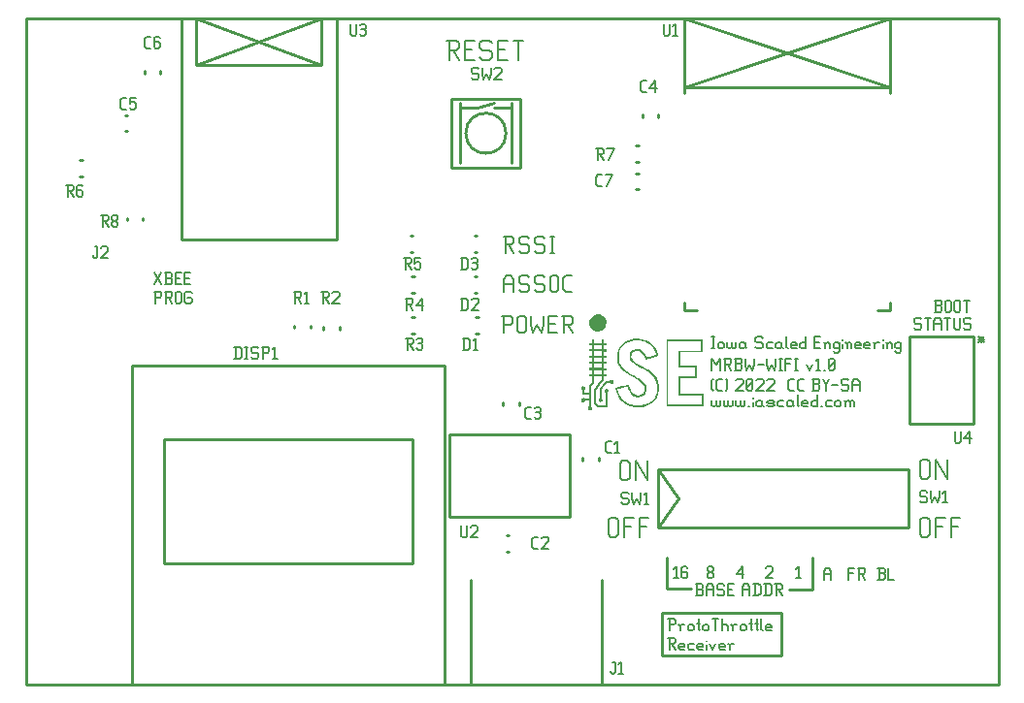
<source format=gbr>
G04 start of page 9 for group -4079 idx -4079 *
G04 Title: (unknown), topsilk *
G04 Creator: pcb 4.0.2 *
G04 CreationDate: Sat May 14 18:06:43 2022 UTC *
G04 For: railfan *
G04 Format: Gerber/RS-274X *
G04 PCB-Dimensions (mil): 3350.00 2300.00 *
G04 PCB-Coordinate-Origin: lower left *
%MOIN*%
%FSLAX25Y25*%
%LNTOPSILK*%
%ADD72C,0.0080*%
%ADD71C,0.0100*%
%ADD70C,0.0001*%
G54D70*G36*
X194043Y94709D02*X193647Y94980D01*
X193511Y95425D01*
X193565Y95740D01*
X193761Y95990D01*
X193891Y96104D01*
Y97986D01*
X193218D01*
X192741Y97981D01*
X192545Y97964D01*
X192453Y97840D01*
X192100Y97617D01*
X191672D01*
X191373Y97807D01*
X191189Y98100D01*
X191162Y98431D01*
X191270Y98724D01*
X191487Y98946D01*
X191802Y99066D01*
X192182Y99012D01*
X192491Y98773D01*
X192556Y98675D01*
X193224D01*
X193891Y98670D01*
Y100167D01*
X191558D01*
Y100900D01*
X191553Y101627D01*
X191455Y101697D01*
X191287Y101876D01*
X191178Y102093D01*
X191189Y102527D01*
X191373Y102815D01*
X191661Y102994D01*
X191997Y103026D01*
X192290Y102923D01*
X192513Y102701D01*
X192632Y102381D01*
X192578Y102006D01*
X192339Y101697D01*
X192242Y101627D01*
Y100851D01*
X193891D01*
Y103156D01*
X194357Y103748D01*
X194829Y104339D01*
Y106406D01*
X193918D01*
Y107193D01*
X198302D01*
Y108566D01*
X195486D01*
Y107193D01*
X194829D01*
Y108566D01*
X193918D01*
Y109325D01*
X194819D01*
Y110692D01*
X195502Y110719D01*
X195497Y110057D01*
X195491Y109586D01*
X195502Y109368D01*
X195567Y109358D01*
X195790Y109347D01*
X196224Y109341D01*
X196907Y109336D01*
X198302D01*
Y110719D01*
X195502D01*
X194819Y110692D01*
X193918D01*
Y111452D01*
X194829D01*
X195486Y111479D01*
X198302D01*
Y112852D01*
X195486D01*
Y111479D01*
X194829Y111452D01*
Y112824D01*
X193918D01*
Y113584D01*
X194819D01*
X194829Y114962D01*
X195486Y115005D01*
Y114327D01*
X195491Y113844D01*
X195508Y113627D01*
X195920Y113617D01*
X196907Y113611D01*
X198291D01*
X198296Y114300D01*
Y114316D01*
X198307Y115005D01*
X195486D01*
X194829Y114962D01*
X193918D01*
Y115722D01*
X194819D01*
Y117094D01*
X195502Y117148D01*
X195497Y116492D01*
X195491Y116015D01*
X195502Y115797D01*
X195567Y115787D01*
X195790Y115776D01*
X196224Y115770D01*
X196907Y115765D01*
X198307D01*
X198296Y116459D01*
X198291Y117148D01*
X195502D01*
X194819Y117094D01*
X193918D01*
Y117854D01*
X194829D01*
Y119096D01*
X195486D01*
Y117854D01*
X198302D01*
Y119096D01*
X198991D01*
Y117854D01*
X199902D01*
Y117094D01*
X198991D01*
Y115694D01*
X199902D01*
Y114935D01*
X198991D01*
Y113541D01*
X199902D01*
Y112781D01*
X198991D01*
Y111408D01*
X199902D01*
Y110649D01*
X198991D01*
Y109255D01*
X199902D01*
Y108495D01*
X198991D01*
Y107122D01*
X199902D01*
Y106336D01*
X198991D01*
X198985Y105750D01*
Y105158D01*
X197569Y103368D01*
X196148Y101583D01*
Y97574D01*
X197124Y96597D01*
X199544D01*
Y98719D01*
X199539Y99543D01*
Y100216D01*
X199533Y100672D01*
X199528Y100834D01*
X199403Y100927D01*
X199159Y101393D01*
X199294Y101909D01*
X199870Y102218D01*
X200472Y101947D01*
X200629Y101382D01*
X200331Y100872D01*
X200233Y100802D01*
Y95914D01*
X196842D01*
X195486Y97270D01*
Y101844D01*
X196896Y103623D01*
X198302Y105403D01*
Y106341D01*
X195486D01*
Y104003D01*
X194574Y102853D01*
Y96022D01*
X194640Y95990D01*
X194819Y95821D01*
X194949Y95588D01*
X194916Y95073D01*
X194569Y94693D01*
X194303Y94633D01*
X194043Y94644D01*
Y94709D01*
G37*
G36*
X209885Y95729D02*X208067Y96071D01*
X206483Y96793D01*
X205376Y97671D01*
X204432Y98778D01*
X203570Y100341D01*
X202924Y102196D01*
X202826Y102565D01*
X205246Y103081D01*
X206179Y103281D01*
X206955Y103444D01*
X207481Y103547D01*
X207682Y103580D01*
X207736Y103368D01*
X207785Y103118D01*
X207867Y102782D01*
X208230Y101757D01*
X208745Y100932D01*
X209391Y100324D01*
X210162Y99961D01*
X210400Y99918D01*
X210796Y99901D01*
X211187Y99918D01*
X211442Y99961D01*
X212462Y100547D01*
X213021Y101583D01*
X213075Y102212D01*
X213021Y102809D01*
X213623Y102983D01*
X213661Y101567D01*
X213303Y100617D01*
X212673Y99885D01*
X211816Y99424D01*
X210780Y99256D01*
X209451Y99559D01*
X208382Y100384D01*
X207590Y101627D01*
X207389Y102153D01*
X207243Y102657D01*
X207194Y102826D01*
X207145Y102842D01*
X206993Y102815D01*
X206635Y102739D01*
X206109Y102625D01*
X205479Y102489D01*
X204329Y102245D01*
X203792Y102126D01*
X203629Y102077D01*
Y102044D01*
X203678Y101860D01*
X203803Y101491D01*
X203949Y101084D01*
X204074Y100758D01*
X205072Y98979D01*
X206358Y97650D01*
X207932Y96782D01*
X209803Y96364D01*
X210199Y96353D01*
X210747D01*
X211295Y96369D01*
X211718Y96402D01*
X213048Y96657D01*
X214209Y97091D01*
X215109Y97623D01*
X215863Y98279D01*
X216466Y99060D01*
X216932Y99966D01*
X217160Y100661D01*
X217317Y101447D01*
X217366Y102402D01*
X217317Y103336D01*
X217090Y104323D01*
X216732Y105213D01*
X216211Y106032D01*
X215527Y106813D01*
X214827Y107459D01*
X214019Y108056D01*
X212945Y108717D01*
X211453Y109547D01*
X210308Y110182D01*
X209516Y110660D01*
X208963Y111061D01*
X208534Y111463D01*
X207986Y112249D01*
X207818Y113117D01*
X207964Y114159D01*
X208398Y114973D01*
X209103Y115537D01*
X210058Y115819D01*
X210639Y115836D01*
X211214Y115770D01*
X211984Y115477D01*
X212652Y114951D01*
X213227Y114186D01*
X213721Y113166D01*
X213807Y112966D01*
X213867Y112922D01*
X214030Y112971D01*
X214409Y113074D01*
X214919Y113226D01*
X215505Y113394D01*
X216081Y113562D01*
X216580Y113714D01*
X216938Y113817D01*
X217079Y113861D01*
X217052Y113985D01*
X216965Y114262D01*
X216840Y114604D01*
X216721Y114919D01*
X216043Y116134D01*
X215153Y117138D01*
X214079Y117913D01*
X212825Y118440D01*
X211068Y118743D01*
X209147Y118657D01*
X207400Y118196D01*
X206000Y117360D01*
X205300Y116633D01*
X204758Y115749D01*
X204389Y114723D01*
X204188Y113573D01*
X204161Y112797D01*
X204199Y112087D01*
X204438Y111105D01*
X204877Y110199D01*
X205517Y109358D01*
X206380Y108566D01*
X206922Y108159D01*
X207552Y107746D01*
X208355Y107269D01*
X209440Y106661D01*
X210167Y106260D01*
X210709Y105951D01*
X211133Y105696D01*
X211507Y105457D01*
X212939Y104247D01*
X213623Y102983D01*
X213021Y102809D01*
X212424Y103878D01*
X211165Y104925D01*
X210802Y105158D01*
X210395Y105403D01*
X209879Y105696D01*
X209185Y106075D01*
X207807Y106851D01*
X206792Y107480D01*
X206017Y108045D01*
X205360Y108625D01*
X204611Y109466D01*
X204074Y110350D01*
X203656Y111533D01*
X203526Y112846D01*
X203618Y114132D01*
X203911Y115331D01*
X204671Y116855D01*
X205832Y118038D01*
X207362Y118863D01*
X209234Y119302D01*
X210693Y119384D01*
X212077Y119259D01*
X213352Y118933D01*
X214491Y118407D01*
X215630Y117561D01*
X216569Y116476D01*
X217296Y115174D01*
X217789Y113671D01*
X217849Y113416D01*
X215647Y112776D01*
X214784Y112532D01*
X214079Y112331D01*
X213601Y112201D01*
X213422Y112157D01*
X213346Y112358D01*
X213118Y112960D01*
X212858Y113535D01*
X212098Y114604D01*
X211149Y115136D01*
X210514Y115201D01*
X209863Y115152D01*
X209006Y114680D01*
X208669Y114219D01*
X208485Y113622D01*
X208447Y113139D01*
X208485Y112727D01*
X208832Y112076D01*
X209559Y111408D01*
X209912Y111164D01*
X210351Y110888D01*
X210926Y110562D01*
X211697Y110139D01*
X212565Y109667D01*
X213248Y109282D01*
X213807Y108951D01*
X214285Y108642D01*
X215511Y107714D01*
X216477Y106726D01*
X217204Y105674D01*
X217692Y104534D01*
X217968Y103162D01*
X217974Y101730D01*
X217719Y100330D01*
X217209Y99066D01*
X216412Y97948D01*
X215370Y97037D01*
X214100Y96359D01*
X212635Y95914D01*
X211257Y95740D01*
X209885Y95735D01*
Y95729D01*
G37*
G36*
X220470Y107535D02*X221110Y107540D01*
X221104Y96641D01*
X232530D01*
Y99798D01*
X224756D01*
Y106319D01*
X230441D01*
Y109488D01*
X224756D01*
Y115271D01*
X232216D01*
Y118440D01*
X221121D01*
X221110Y107540D01*
X220470Y107535D01*
Y119064D01*
X232850D01*
Y114653D01*
X225390D01*
Y110133D01*
X231071D01*
Y105723D01*
X225407D01*
X225396Y103091D01*
X225390Y100460D01*
X233154D01*
Y96022D01*
X220470D01*
Y107535D01*
G37*
G36*
X197607Y97623D02*X197325Y97812D01*
X197146Y98100D01*
X197141Y98534D01*
X197368Y98887D01*
X197499Y98979D01*
X197510Y99440D01*
X197515Y100552D01*
Y102126D01*
X198611Y103504D01*
X199701Y104887D01*
X201031D01*
X201117Y105007D01*
X201345Y105202D01*
X201497Y105267D01*
X201703Y105278D01*
X201904Y105272D01*
X202056Y105202D01*
X202278Y105012D01*
X202414Y104768D01*
X202430Y104486D01*
X202365Y104214D01*
X202089Y103927D01*
X201703Y103813D01*
X201145Y104062D01*
X201020Y104198D01*
X200032D01*
X199115Y103043D01*
X198204Y101887D01*
Y98990D01*
X198307Y98919D01*
X198567Y98523D01*
X198535Y98024D01*
X198150Y97650D01*
X197607Y97617D01*
Y97623D01*
G37*
G36*
X196441Y121782D02*X195556Y122069D01*
X194791Y122628D01*
X194243Y123360D01*
X193956Y124223D01*
X193918Y124863D01*
X193999Y125482D01*
X194309Y126247D01*
X194829Y126898D01*
X195676Y127473D01*
X196647Y127716D01*
X197656Y127629D01*
X198600Y127202D01*
X199153Y126697D01*
X199577Y126079D01*
X199810Y125395D01*
X199880Y124668D01*
X199772Y123941D01*
X199506Y123268D01*
X199099Y122720D01*
X198584Y122275D01*
X197982Y121955D01*
X197331Y121782D01*
X196880Y121760D01*
X196441Y121782D01*
G37*
G54D71*X334500Y229500D02*Y500D01*
X500Y229500D02*X334500D01*
X500Y500D02*Y229500D01*
X219000Y25000D02*Y10500D01*
X260000D01*
Y25000D01*
X334500Y500D02*X500D01*
X270500Y44000D02*Y33000D01*
X262500D01*
X229000Y33500D02*X220500D01*
Y44000D01*
X219000Y25000D02*X260000D01*
G54D72*X44500Y138000D02*X47000Y142000D01*
X44500D02*X47000Y138000D01*
X48200D02*X50200D01*
X50700Y138500D01*
Y139700D02*Y138500D01*
X50200Y140200D02*X50700Y139700D01*
X48700Y140200D02*X50200D01*
X48700Y142000D02*Y138000D01*
X48200Y142000D02*X50200D01*
X50700Y141500D01*
Y140700D01*
X50200Y140200D02*X50700Y140700D01*
X51900Y140200D02*X53400D01*
X51900Y138000D02*X53900D01*
X51900Y142000D02*Y138000D01*
Y142000D02*X53900D01*
X55100Y140200D02*X56600D01*
X55100Y138000D02*X57100D01*
X55100Y142000D02*Y138000D01*
Y142000D02*X57100D01*
X45000Y135500D02*Y131500D01*
X44500Y135500D02*X46500D01*
X47000Y135000D01*
Y134000D01*
X46500Y133500D02*X47000Y134000D01*
X45000Y133500D02*X46500D01*
X48200Y135500D02*X50200D01*
X50700Y135000D01*
Y134000D01*
X50200Y133500D02*X50700Y134000D01*
X48700Y133500D02*X50200D01*
X48700Y135500D02*Y131500D01*
X49500Y133500D02*X50700Y131500D01*
X51900Y135000D02*Y132000D01*
Y135000D02*X52400Y135500D01*
X53400D01*
X53900Y135000D01*
Y132000D01*
X53400Y131500D02*X53900Y132000D01*
X52400Y131500D02*X53400D01*
X51900Y132000D02*X52400Y131500D01*
X57100Y135500D02*X57600Y135000D01*
X55600Y135500D02*X57100D01*
X55100Y135000D02*X55600Y135500D01*
X55100Y135000D02*Y132000D01*
X55600Y131500D01*
X57100D01*
X57600Y132000D01*
Y133000D02*Y132000D01*
X57100Y133500D02*X57600Y133000D01*
X56100Y133500D02*X57100D01*
X145000Y221840D02*X148320D01*
X149150Y221010D01*
Y219350D01*
X148320Y218520D02*X149150Y219350D01*
X145830Y218520D02*X148320D01*
X145830Y221840D02*Y215200D01*
X147158Y218520D02*X149150Y215200D01*
X151142Y218852D02*X153632D01*
X151142Y215200D02*X154462D01*
X151142Y221840D02*Y215200D01*
Y221840D02*X154462D01*
X159774D02*X160604Y221010D01*
X157284Y221840D02*X159774D01*
X156454Y221010D02*X157284Y221840D01*
X156454Y221010D02*Y219350D01*
X157284Y218520D01*
X159774D01*
X160604Y217690D01*
Y216030D01*
X159774Y215200D02*X160604Y216030D01*
X157284Y215200D02*X159774D01*
X156454Y216030D02*X157284Y215200D01*
X162596Y218852D02*X165086D01*
X162596Y215200D02*X165916D01*
X162596Y221840D02*Y215200D01*
Y221840D02*X165916D01*
X167908D02*X171228D01*
X169568D02*Y215200D01*
X164720Y127060D02*Y121300D01*
X164000Y127060D02*X166880D01*
X167600Y126340D01*
Y124900D01*
X166880Y124180D02*X167600Y124900D01*
X164720Y124180D02*X166880D01*
X169328Y126340D02*Y122020D01*
Y126340D02*X170048Y127060D01*
X171488D01*
X172208Y126340D01*
Y122020D01*
X171488Y121300D02*X172208Y122020D01*
X170048Y121300D02*X171488D01*
X169328Y122020D02*X170048Y121300D01*
X173936Y127060D02*Y124180D01*
X174656Y121300D01*
X176096Y124180D01*
X177536Y121300D01*
X178256Y124180D01*
Y127060D02*Y124180D01*
X179984Y124468D02*X182144D01*
X179984Y121300D02*X182864D01*
X179984Y127060D02*Y121300D01*
Y127060D02*X182864D01*
X184592D02*X187472D01*
X188192Y126340D01*
Y124900D01*
X187472Y124180D02*X188192Y124900D01*
X185312Y124180D02*X187472D01*
X185312Y127060D02*Y121300D01*
X186464Y124180D02*X188192Y121300D01*
X164500Y154560D02*X167380D01*
X168100Y153840D01*
Y152400D01*
X167380Y151680D02*X168100Y152400D01*
X165220Y151680D02*X167380D01*
X165220Y154560D02*Y148800D01*
X166372Y151680D02*X168100Y148800D01*
X172708Y154560D02*X173428Y153840D01*
X170548Y154560D02*X172708D01*
X169828Y153840D02*X170548Y154560D01*
X169828Y153840D02*Y152400D01*
X170548Y151680D01*
X172708D01*
X173428Y150960D01*
Y149520D01*
X172708Y148800D02*X173428Y149520D01*
X170548Y148800D02*X172708D01*
X169828Y149520D02*X170548Y148800D01*
X178036Y154560D02*X178756Y153840D01*
X175876Y154560D02*X178036D01*
X175156Y153840D02*X175876Y154560D01*
X175156Y153840D02*Y152400D01*
X175876Y151680D01*
X178036D01*
X178756Y150960D01*
Y149520D01*
X178036Y148800D02*X178756Y149520D01*
X175876Y148800D02*X178036D01*
X175156Y149520D02*X175876Y148800D01*
X180484Y154560D02*X181924D01*
X181204D02*Y148800D01*
X180484D02*X181924D01*
X164500Y139620D02*Y135300D01*
Y139620D02*X165508Y141060D01*
X167092D01*
X168100Y139620D01*
Y135300D01*
X164500Y138180D02*X168100D01*
X172708Y141060D02*X173428Y140340D01*
X170548Y141060D02*X172708D01*
X169828Y140340D02*X170548Y141060D01*
X169828Y140340D02*Y138900D01*
X170548Y138180D01*
X172708D01*
X173428Y137460D01*
Y136020D01*
X172708Y135300D02*X173428Y136020D01*
X170548Y135300D02*X172708D01*
X169828Y136020D02*X170548Y135300D01*
X178036Y141060D02*X178756Y140340D01*
X175876Y141060D02*X178036D01*
X175156Y140340D02*X175876Y141060D01*
X175156Y140340D02*Y138900D01*
X175876Y138180D01*
X178036D01*
X178756Y137460D01*
Y136020D01*
X178036Y135300D02*X178756Y136020D01*
X175876Y135300D02*X178036D01*
X175156Y136020D02*X175876Y135300D01*
X180484Y140340D02*Y136020D01*
Y140340D02*X181204Y141060D01*
X182644D01*
X183364Y140340D01*
Y136020D01*
X182644Y135300D02*X183364Y136020D01*
X181204Y135300D02*X182644D01*
X180484Y136020D02*X181204Y135300D01*
X186100D02*X187972D01*
X185092Y136308D02*X186100Y135300D01*
X185092Y140052D02*Y136308D01*
Y140052D02*X186100Y141060D01*
X187972D01*
X223000Y40200D02*X223800Y41000D01*
Y37000D01*
X223000D02*X224500D01*
X227200Y41000D02*X227700Y40500D01*
X226200Y41000D02*X227200D01*
X225700Y40500D02*X226200Y41000D01*
X225700Y40500D02*Y37500D01*
X226200Y37000D01*
X227200Y39200D02*X227700Y38700D01*
X225700Y39200D02*X227200D01*
X226200Y37000D02*X227200D01*
X227700Y37500D01*
Y38700D02*Y37500D01*
X234500D02*X235000Y37000D01*
X234500Y38300D02*Y37500D01*
Y38300D02*X235200Y39000D01*
X235800D01*
X236500Y38300D01*
Y37500D01*
X236000Y37000D02*X236500Y37500D01*
X235000Y37000D02*X236000D01*
X234500Y39700D02*X235200Y39000D01*
X234500Y40500D02*Y39700D01*
Y40500D02*X235000Y41000D01*
X236000D01*
X236500Y40500D01*
Y39700D01*
X235800Y39000D02*X236500Y39700D01*
X244500Y38500D02*X246500Y41000D01*
X244500Y38500D02*X247000D01*
X246500Y41000D02*Y37000D01*
X254500Y40500D02*X255000Y41000D01*
X256500D01*
X257000Y40500D01*
Y39500D01*
X254500Y37000D02*X257000Y39500D01*
X254500Y37000D02*X257000D01*
X265000Y40200D02*X265800Y41000D01*
Y37000D01*
X265000D02*X266500D01*
X236000Y98000D02*Y96500D01*
X236500Y96000D01*
X237000D01*
X237500Y96500D01*
Y98000D02*Y96500D01*
X238000Y96000D01*
X238500D01*
X239000Y96500D01*
Y98000D02*Y96500D01*
X240200Y98000D02*Y96500D01*
X240700Y96000D01*
X241200D01*
X241700Y96500D01*
Y98000D02*Y96500D01*
X242200Y96000D01*
X242700D01*
X243200Y96500D01*
Y98000D02*Y96500D01*
X244400Y98000D02*Y96500D01*
X244900Y96000D01*
X245400D01*
X245900Y96500D01*
Y98000D02*Y96500D01*
X246400Y96000D01*
X246900D01*
X247400Y96500D01*
Y98000D02*Y96500D01*
X248600Y96000D02*X249100D01*
X250300Y99000D02*Y98900D01*
Y97500D02*Y96000D01*
X252800Y98000D02*X253300Y97500D01*
X251800Y98000D02*X252800D01*
X251300Y97500D02*X251800Y98000D01*
X251300Y97500D02*Y96500D01*
X251800Y96000D01*
X253300Y98000D02*Y96500D01*
X253800Y96000D01*
X251800D02*X252800D01*
X253300Y96500D01*
X255500Y96000D02*X257000D01*
X257500Y96500D01*
X257000Y97000D02*X257500Y96500D01*
X255500Y97000D02*X257000D01*
X255000Y97500D02*X255500Y97000D01*
X255000Y97500D02*X255500Y98000D01*
X257000D01*
X257500Y97500D01*
X255000Y96500D02*X255500Y96000D01*
X259200Y98000D02*X260700D01*
X258700Y97500D02*X259200Y98000D01*
X258700Y97500D02*Y96500D01*
X259200Y96000D01*
X260700D01*
X263400Y98000D02*X263900Y97500D01*
X262400Y98000D02*X263400D01*
X261900Y97500D02*X262400Y98000D01*
X261900Y97500D02*Y96500D01*
X262400Y96000D01*
X263900Y98000D02*Y96500D01*
X264400Y96000D01*
X262400D02*X263400D01*
X263900Y96500D01*
X265600Y100000D02*Y96500D01*
X266100Y96000D01*
X267600D02*X269100D01*
X267100Y96500D02*X267600Y96000D01*
X267100Y97500D02*Y96500D01*
Y97500D02*X267600Y98000D01*
X268600D01*
X269100Y97500D01*
X267100Y97000D02*X269100D01*
Y97500D02*Y97000D01*
X272300Y100000D02*Y96000D01*
X271800D02*X272300Y96500D01*
X270800Y96000D02*X271800D01*
X270300Y96500D02*X270800Y96000D01*
X270300Y97500D02*Y96500D01*
Y97500D02*X270800Y98000D01*
X271800D01*
X272300Y97500D01*
X273500Y96000D02*X274000D01*
X275700Y98000D02*X277200D01*
X275200Y97500D02*X275700Y98000D01*
X275200Y97500D02*Y96500D01*
X275700Y96000D01*
X277200D01*
X278400Y97500D02*Y96500D01*
Y97500D02*X278900Y98000D01*
X279900D01*
X280400Y97500D01*
Y96500D01*
X279900Y96000D02*X280400Y96500D01*
X278900Y96000D02*X279900D01*
X278400Y96500D02*X278900Y96000D01*
X282100Y97500D02*Y96000D01*
Y97500D02*X282600Y98000D01*
X283100D01*
X283600Y97500D01*
Y96000D01*
Y97500D02*X284100Y98000D01*
X284600D01*
X285100Y97500D01*
Y96000D01*
X281600Y98000D02*X282100Y97500D01*
X236000Y120000D02*X237000D01*
X236500D02*Y116000D01*
X236000D02*X237000D01*
X238200Y117500D02*Y116500D01*
Y117500D02*X238700Y118000D01*
X239700D01*
X240200Y117500D01*
Y116500D01*
X239700Y116000D02*X240200Y116500D01*
X238700Y116000D02*X239700D01*
X238200Y116500D02*X238700Y116000D01*
X241400Y118000D02*Y116500D01*
X241900Y116000D01*
X242400D01*
X242900Y116500D01*
Y118000D02*Y116500D01*
X243400Y116000D01*
X243900D01*
X244400Y116500D01*
Y118000D02*Y116500D01*
X247100Y118000D02*X247600Y117500D01*
X246100Y118000D02*X247100D01*
X245600Y117500D02*X246100Y118000D01*
X245600Y117500D02*Y116500D01*
X246100Y116000D01*
X247600Y118000D02*Y116500D01*
X248100Y116000D01*
X246100D02*X247100D01*
X247600Y116500D01*
X253100Y120000D02*X253600Y119500D01*
X251600Y120000D02*X253100D01*
X251100Y119500D02*X251600Y120000D01*
X251100Y119500D02*Y118500D01*
X251600Y118000D01*
X253100D01*
X253600Y117500D01*
Y116500D01*
X253100Y116000D02*X253600Y116500D01*
X251600Y116000D02*X253100D01*
X251100Y116500D02*X251600Y116000D01*
X255300Y118000D02*X256800D01*
X254800Y117500D02*X255300Y118000D01*
X254800Y117500D02*Y116500D01*
X255300Y116000D01*
X256800D01*
X259500Y118000D02*X260000Y117500D01*
X258500Y118000D02*X259500D01*
X258000Y117500D02*X258500Y118000D01*
X258000Y117500D02*Y116500D01*
X258500Y116000D01*
X260000Y118000D02*Y116500D01*
X260500Y116000D01*
X258500D02*X259500D01*
X260000Y116500D01*
X261700Y120000D02*Y116500D01*
X262200Y116000D01*
X263700D02*X265200D01*
X263200Y116500D02*X263700Y116000D01*
X263200Y117500D02*Y116500D01*
Y117500D02*X263700Y118000D01*
X264700D01*
X265200Y117500D01*
X263200Y117000D02*X265200D01*
Y117500D02*Y117000D01*
X268400Y120000D02*Y116000D01*
X267900D02*X268400Y116500D01*
X266900Y116000D02*X267900D01*
X266400Y116500D02*X266900Y116000D01*
X266400Y117500D02*Y116500D01*
Y117500D02*X266900Y118000D01*
X267900D01*
X268400Y117500D01*
X271400Y118200D02*X272900D01*
X271400Y116000D02*X273400D01*
X271400Y120000D02*Y116000D01*
Y120000D02*X273400D01*
X275100Y117500D02*Y116000D01*
Y117500D02*X275600Y118000D01*
X276100D01*
X276600Y117500D01*
Y116000D01*
X274600Y118000D02*X275100Y117500D01*
X279300Y118000D02*X279800Y117500D01*
X278300Y118000D02*X279300D01*
X277800Y117500D02*X278300Y118000D01*
X277800Y117500D02*Y116500D01*
X278300Y116000D01*
X279300D01*
X279800Y116500D01*
X277800Y115000D02*X278300Y114500D01*
X279300D01*
X279800Y115000D01*
Y118000D02*Y115000D01*
X281000Y119000D02*Y118900D01*
Y117500D02*Y116000D01*
X282500Y117500D02*Y116000D01*
Y117500D02*X283000Y118000D01*
X283500D01*
X284000Y117500D01*
Y116000D01*
X282000Y118000D02*X282500Y117500D01*
X285700Y116000D02*X287200D01*
X285200Y116500D02*X285700Y116000D01*
X285200Y117500D02*Y116500D01*
Y117500D02*X285700Y118000D01*
X286700D01*
X287200Y117500D01*
X285200Y117000D02*X287200D01*
Y117500D02*Y117000D01*
X288900Y116000D02*X290400D01*
X288400Y116500D02*X288900Y116000D01*
X288400Y117500D02*Y116500D01*
Y117500D02*X288900Y118000D01*
X289900D01*
X290400Y117500D01*
X288400Y117000D02*X290400D01*
Y117500D02*Y117000D01*
X292100Y117500D02*Y116000D01*
Y117500D02*X292600Y118000D01*
X293600D01*
X291600D02*X292100Y117500D01*
X294800Y119000D02*Y118900D01*
Y117500D02*Y116000D01*
X296300Y117500D02*Y116000D01*
Y117500D02*X296800Y118000D01*
X297300D01*
X297800Y117500D01*
Y116000D01*
X295800Y118000D02*X296300Y117500D01*
X300500Y118000D02*X301000Y117500D01*
X299500Y118000D02*X300500D01*
X299000Y117500D02*X299500Y118000D01*
X299000Y117500D02*Y116500D01*
X299500Y116000D01*
X300500D01*
X301000Y116500D01*
X299000Y115000D02*X299500Y114500D01*
X300500D01*
X301000Y115000D01*
Y118000D02*Y115000D01*
X236000Y112500D02*Y108500D01*
Y112500D02*X237500Y110500D01*
X239000Y112500D01*
Y108500D01*
X240200Y112500D02*X242200D01*
X242700Y112000D01*
Y111000D01*
X242200Y110500D02*X242700Y111000D01*
X240700Y110500D02*X242200D01*
X240700Y112500D02*Y108500D01*
X241500Y110500D02*X242700Y108500D01*
X243900D02*X245900D01*
X246400Y109000D01*
Y110200D02*Y109000D01*
X245900Y110700D02*X246400Y110200D01*
X244400Y110700D02*X245900D01*
X244400Y112500D02*Y108500D01*
X243900Y112500D02*X245900D01*
X246400Y112000D01*
Y111200D01*
X245900Y110700D02*X246400Y111200D01*
X247600Y112500D02*Y110500D01*
X248100Y108500D01*
X249100Y110500D01*
X250100Y108500D01*
X250600Y110500D01*
Y112500D02*Y110500D01*
X251800D02*X253800D01*
X255000Y112500D02*Y110500D01*
X255500Y108500D01*
X256500Y110500D01*
X257500Y108500D01*
X258000Y110500D01*
Y112500D02*Y110500D01*
X259200Y112500D02*X260200D01*
X259700D02*Y108500D01*
X259200D02*X260200D01*
X261400Y112500D02*Y108500D01*
Y112500D02*X263400D01*
X261400Y110700D02*X262900D01*
X264600Y112500D02*X265600D01*
X265100D02*Y108500D01*
X264600D02*X265600D01*
X268600Y110500D02*X269600Y108500D01*
X270600Y110500D02*X269600Y108500D01*
X271800Y111700D02*X272600Y112500D01*
Y108500D01*
X271800D02*X273300D01*
X274500D02*X275000D01*
X276200Y109000D02*X276700Y108500D01*
X276200Y112000D02*Y109000D01*
Y112000D02*X276700Y112500D01*
X277700D01*
X278200Y112000D01*
Y109000D01*
X277700Y108500D02*X278200Y109000D01*
X276700Y108500D02*X277700D01*
X276200Y109500D02*X278200Y111500D01*
X236000Y102000D02*X236500Y101500D01*
X236000Y105000D02*X236500Y105500D01*
X236000Y105000D02*Y102000D01*
X238400Y101500D02*X239700D01*
X237700Y102200D02*X238400Y101500D01*
X237700Y104800D02*Y102200D01*
Y104800D02*X238400Y105500D01*
X239700D01*
X240900D02*X241400Y105000D01*
Y102000D01*
X240900Y101500D02*X241400Y102000D01*
X244400Y105000D02*X244900Y105500D01*
X246400D01*
X246900Y105000D01*
Y104000D01*
X244400Y101500D02*X246900Y104000D01*
X244400Y101500D02*X246900D01*
X248100Y102000D02*X248600Y101500D01*
X248100Y105000D02*Y102000D01*
Y105000D02*X248600Y105500D01*
X249600D01*
X250100Y105000D01*
Y102000D01*
X249600Y101500D02*X250100Y102000D01*
X248600Y101500D02*X249600D01*
X248100Y102500D02*X250100Y104500D01*
X251300Y105000D02*X251800Y105500D01*
X253300D01*
X253800Y105000D01*
Y104000D01*
X251300Y101500D02*X253800Y104000D01*
X251300Y101500D02*X253800D01*
X255000Y105000D02*X255500Y105500D01*
X257000D01*
X257500Y105000D01*
Y104000D01*
X255000Y101500D02*X257500Y104000D01*
X255000Y101500D02*X257500D01*
X263000D02*X264300D01*
X262300Y102200D02*X263000Y101500D01*
X262300Y104800D02*Y102200D01*
Y104800D02*X263000Y105500D01*
X264300D01*
X266200Y101500D02*X267500D01*
X265500Y102200D02*X266200Y101500D01*
X265500Y104800D02*Y102200D01*
Y104800D02*X266200Y105500D01*
X267500D01*
X270500Y101500D02*X272500D01*
X273000Y102000D01*
Y103200D02*Y102000D01*
X272500Y103700D02*X273000Y103200D01*
X271000Y103700D02*X272500D01*
X271000Y105500D02*Y101500D01*
X270500Y105500D02*X272500D01*
X273000Y105000D01*
Y104200D01*
X272500Y103700D02*X273000Y104200D01*
X274200Y105500D02*X275200Y103500D01*
X276200Y105500D01*
X275200Y103500D02*Y101500D01*
X277400Y103500D02*X279400D01*
X282600Y105500D02*X283100Y105000D01*
X281100Y105500D02*X282600D01*
X280600Y105000D02*X281100Y105500D01*
X280600Y105000D02*Y104000D01*
X281100Y103500D01*
X282600D01*
X283100Y103000D01*
Y102000D01*
X282600Y101500D02*X283100Y102000D01*
X281100Y101500D02*X282600D01*
X280600Y102000D02*X281100Y101500D01*
X284300Y104500D02*Y101500D01*
Y104500D02*X285000Y105500D01*
X286100D01*
X286800Y104500D01*
Y101500D01*
X284300Y103500D02*X286800D01*
X230500Y31000D02*X232500D01*
X233000Y31500D01*
Y32700D02*Y31500D01*
X232500Y33200D02*X233000Y32700D01*
X231000Y33200D02*X232500D01*
X231000Y35000D02*Y31000D01*
X230500Y35000D02*X232500D01*
X233000Y34500D01*
Y33700D01*
X232500Y33200D02*X233000Y33700D01*
X234200Y34000D02*Y31000D01*
Y34000D02*X234900Y35000D01*
X236000D01*
X236700Y34000D01*
Y31000D01*
X234200Y33000D02*X236700D01*
X239900Y35000D02*X240400Y34500D01*
X238400Y35000D02*X239900D01*
X237900Y34500D02*X238400Y35000D01*
X237900Y34500D02*Y33500D01*
X238400Y33000D01*
X239900D01*
X240400Y32500D01*
Y31500D01*
X239900Y31000D02*X240400Y31500D01*
X238400Y31000D02*X239900D01*
X237900Y31500D02*X238400Y31000D01*
X241600Y33200D02*X243100D01*
X241600Y31000D02*X243600D01*
X241600Y35000D02*Y31000D01*
Y35000D02*X243600D01*
X246600Y34000D02*Y31000D01*
Y34000D02*X247300Y35000D01*
X248400D01*
X249100Y34000D01*
Y31000D01*
X246600Y33000D02*X249100D01*
X250800Y35000D02*Y31000D01*
X252100Y35000D02*X252800Y34300D01*
Y31700D01*
X252100Y31000D02*X252800Y31700D01*
X250300Y31000D02*X252100D01*
X250300Y35000D02*X252100D01*
X254500D02*Y31000D01*
X255800Y35000D02*X256500Y34300D01*
Y31700D01*
X255800Y31000D02*X256500Y31700D01*
X254000Y31000D02*X255800D01*
X254000Y35000D02*X255800D01*
X257700D02*X259700D01*
X260200Y34500D01*
Y33500D01*
X259700Y33000D02*X260200Y33500D01*
X258200Y33000D02*X259700D01*
X258200Y35000D02*Y31000D01*
X259000Y33000D02*X260200Y31000D01*
X221500Y23000D02*Y19000D01*
X221000Y23000D02*X223000D01*
X223500Y22500D01*
Y21500D01*
X223000Y21000D02*X223500Y21500D01*
X221500Y21000D02*X223000D01*
X225200Y20500D02*Y19000D01*
Y20500D02*X225700Y21000D01*
X226700D01*
X224700D02*X225200Y20500D01*
X227900D02*Y19500D01*
Y20500D02*X228400Y21000D01*
X229400D01*
X229900Y20500D01*
Y19500D01*
X229400Y19000D02*X229900Y19500D01*
X228400Y19000D02*X229400D01*
X227900Y19500D02*X228400Y19000D01*
X231600Y23000D02*Y19500D01*
X232100Y19000D01*
X231100Y21500D02*X232100D01*
X233100Y20500D02*Y19500D01*
Y20500D02*X233600Y21000D01*
X234600D01*
X235100Y20500D01*
Y19500D01*
X234600Y19000D02*X235100Y19500D01*
X233600Y19000D02*X234600D01*
X233100Y19500D02*X233600Y19000D01*
X236300Y23000D02*X238300D01*
X237300D02*Y19000D01*
X239500Y23000D02*Y19000D01*
Y20500D02*X240000Y21000D01*
X241000D01*
X241500Y20500D01*
Y19000D01*
X243200Y20500D02*Y19000D01*
Y20500D02*X243700Y21000D01*
X244700D01*
X242700D02*X243200Y20500D01*
X245900D02*Y19500D01*
Y20500D02*X246400Y21000D01*
X247400D01*
X247900Y20500D01*
Y19500D01*
X247400Y19000D02*X247900Y19500D01*
X246400Y19000D02*X247400D01*
X245900Y19500D02*X246400Y19000D01*
X249600Y23000D02*Y19500D01*
X250100Y19000D01*
X249100Y21500D02*X250100D01*
X251600Y23000D02*Y19500D01*
X252100Y19000D01*
X251100Y21500D02*X252100D01*
X253100Y23000D02*Y19500D01*
X253600Y19000D01*
X255100D02*X256600D01*
X254600Y19500D02*X255100Y19000D01*
X254600Y20500D02*Y19500D01*
Y20500D02*X255100Y21000D01*
X256100D01*
X256600Y20500D01*
X254600Y20000D02*X256600D01*
Y20500D02*Y20000D01*
X221000Y16500D02*X223000D01*
X223500Y16000D01*
Y15000D01*
X223000Y14500D02*X223500Y15000D01*
X221500Y14500D02*X223000D01*
X221500Y16500D02*Y12500D01*
X222300Y14500D02*X223500Y12500D01*
X225200D02*X226700D01*
X224700Y13000D02*X225200Y12500D01*
X224700Y14000D02*Y13000D01*
Y14000D02*X225200Y14500D01*
X226200D01*
X226700Y14000D01*
X224700Y13500D02*X226700D01*
Y14000D02*Y13500D01*
X228400Y14500D02*X229900D01*
X227900Y14000D02*X228400Y14500D01*
X227900Y14000D02*Y13000D01*
X228400Y12500D01*
X229900D01*
X231600D02*X233100D01*
X231100Y13000D02*X231600Y12500D01*
X231100Y14000D02*Y13000D01*
Y14000D02*X231600Y14500D01*
X232600D01*
X233100Y14000D01*
X231100Y13500D02*X233100D01*
Y14000D02*Y13500D01*
X234300Y15500D02*Y15400D01*
Y14000D02*Y12500D01*
X235300Y14500D02*X236300Y12500D01*
X237300Y14500D02*X236300Y12500D01*
X239000D02*X240500D01*
X238500Y13000D02*X239000Y12500D01*
X238500Y14000D02*Y13000D01*
Y14000D02*X239000Y14500D01*
X240000D01*
X240500Y14000D01*
X238500Y13500D02*X240500D01*
Y14000D02*Y13500D01*
X242200Y14000D02*Y12500D01*
Y14000D02*X242700Y14500D01*
X243700D01*
X241700D02*X242200Y14000D01*
X293000Y36500D02*X295000D01*
X295500Y37000D01*
Y38200D02*Y37000D01*
X295000Y38700D02*X295500Y38200D01*
X293500Y38700D02*X295000D01*
X293500Y40500D02*Y36500D01*
X293000Y40500D02*X295000D01*
X295500Y40000D01*
Y39200D01*
X295000Y38700D02*X295500Y39200D01*
X296700Y40500D02*Y36500D01*
X298700D01*
X307500Y77010D02*Y72030D01*
Y77010D02*X308330Y77840D01*
X309990D01*
X310820Y77010D01*
Y72030D01*
X309990Y71200D02*X310820Y72030D01*
X308330Y71200D02*X309990D01*
X307500Y72030D02*X308330Y71200D01*
X312812Y77840D02*Y71200D01*
Y77840D02*X316962Y71200D01*
Y77840D02*Y71200D01*
X307500Y57010D02*Y52030D01*
Y57010D02*X308330Y57840D01*
X309990D01*
X310820Y57010D01*
Y52030D01*
X309990Y51200D02*X310820Y52030D01*
X308330Y51200D02*X309990D01*
X307500Y52030D02*X308330Y51200D01*
X312812Y57840D02*Y51200D01*
Y57840D02*X316132D01*
X312812Y54852D02*X315302D01*
X318124Y57840D02*Y51200D01*
Y57840D02*X321444D01*
X318124Y54852D02*X320614D01*
X327500Y120000D02*X329500Y118000D01*
X327500D02*X329500Y120000D01*
X327500Y119000D02*X329500D01*
X328500Y120000D02*Y118000D01*
X312500Y128500D02*X314500D01*
X315000Y129000D01*
Y130200D02*Y129000D01*
X314500Y130700D02*X315000Y130200D01*
X313000Y130700D02*X314500D01*
X313000Y132500D02*Y128500D01*
X312500Y132500D02*X314500D01*
X315000Y132000D01*
Y131200D01*
X314500Y130700D02*X315000Y131200D01*
X316200Y132000D02*Y129000D01*
Y132000D02*X316700Y132500D01*
X317700D01*
X318200Y132000D01*
Y129000D01*
X317700Y128500D02*X318200Y129000D01*
X316700Y128500D02*X317700D01*
X316200Y129000D02*X316700Y128500D01*
X319400Y132000D02*Y129000D01*
Y132000D02*X319900Y132500D01*
X320900D01*
X321400Y132000D01*
Y129000D01*
X320900Y128500D02*X321400Y129000D01*
X319900Y128500D02*X320900D01*
X319400Y129000D02*X319900Y128500D01*
X322600Y132500D02*X324600D01*
X323600D02*Y128500D01*
X307500Y126500D02*X308000Y126000D01*
X306000Y126500D02*X307500D01*
X305500Y126000D02*X306000Y126500D01*
X305500Y126000D02*Y125000D01*
X306000Y124500D01*
X307500D01*
X308000Y124000D01*
Y123000D01*
X307500Y122500D02*X308000Y123000D01*
X306000Y122500D02*X307500D01*
X305500Y123000D02*X306000Y122500D01*
X309200Y126500D02*X311200D01*
X310200D02*Y122500D01*
X312400Y125500D02*Y122500D01*
Y125500D02*X313100Y126500D01*
X314200D01*
X314900Y125500D01*
Y122500D01*
X312400Y124500D02*X314900D01*
X316100Y126500D02*X318100D01*
X317100D02*Y122500D01*
X319300Y126500D02*Y123000D01*
X319800Y122500D01*
X320800D01*
X321300Y123000D01*
Y126500D02*Y123000D01*
X324500Y126500D02*X325000Y126000D01*
X323000Y126500D02*X324500D01*
X322500Y126000D02*X323000Y126500D01*
X322500Y126000D02*Y125000D01*
X323000Y124500D01*
X324500D01*
X325000Y124000D01*
Y123000D01*
X324500Y122500D02*X325000Y123000D01*
X323000Y122500D02*X324500D01*
X322500Y123000D02*X323000Y122500D01*
X283000Y40500D02*Y36500D01*
Y40500D02*X285000D01*
X283000Y38700D02*X284500D01*
X286200Y40500D02*X288200D01*
X288700Y40000D01*
Y39000D01*
X288200Y38500D02*X288700Y39000D01*
X286700Y38500D02*X288200D01*
X286700Y40500D02*Y36500D01*
X287500Y38500D02*X288700Y36500D01*
X274500Y39500D02*Y36500D01*
Y39500D02*X275200Y40500D01*
X276300D01*
X277000Y39500D01*
Y36500D01*
X274500Y38500D02*X277000D01*
X204500Y76510D02*Y71530D01*
Y76510D02*X205330Y77340D01*
X206990D01*
X207820Y76510D01*
Y71530D01*
X206990Y70700D02*X207820Y71530D01*
X205330Y70700D02*X206990D01*
X204500Y71530D02*X205330Y70700D01*
X209812Y77340D02*Y70700D01*
Y77340D02*X213962Y70700D01*
Y77340D02*Y70700D01*
X200500Y57010D02*Y52030D01*
Y57010D02*X201330Y57840D01*
X202990D01*
X203820Y57010D01*
Y52030D01*
X202990Y51200D02*X203820Y52030D01*
X201330Y51200D02*X202990D01*
X200500Y52030D02*X201330Y51200D01*
X205812Y57840D02*Y51200D01*
Y57840D02*X209132D01*
X205812Y54852D02*X208302D01*
X211124Y57840D02*Y51200D01*
Y57840D02*X214444D01*
X211124Y54852D02*X213614D01*
X207000Y66500D02*X207500Y66000D01*
X205500Y66500D02*X207000D01*
X205000Y66000D02*X205500Y66500D01*
X205000Y66000D02*Y65000D01*
X205500Y64500D01*
X207000D01*
X207500Y64000D01*
Y63000D01*
X207000Y62500D02*X207500Y63000D01*
X205500Y62500D02*X207000D01*
X205000Y63000D02*X205500Y62500D01*
X208700Y66500D02*Y64500D01*
X209200Y62500D01*
X210200Y64500D01*
X211200Y62500D01*
X211700Y64500D01*
Y66500D02*Y64500D01*
X212900Y65700D02*X213700Y66500D01*
Y62500D01*
X212900D02*X214400D01*
G54D71*X226567Y229500D02*X297433D01*
Y203909D01*
Y131862D02*Y129106D01*
X226567Y229500D02*Y203909D01*
Y131862D02*Y129106D01*
X297433D02*X292906D01*
X231094D02*X226567D01*
Y229500D02*X297433Y205878D01*
Y229500D02*X226567Y205878D01*
X297433D01*
X303976Y119961D02*Y90039D01*
X326024Y119961D02*Y90039D01*
X303976D02*X326024D01*
X303976Y119961D02*X326024D01*
X210064Y170745D02*X210850D01*
X210064Y176255D02*X210850D01*
X210064Y180245D02*X210850D01*
X210064Y185755D02*X210850D01*
X212245Y196393D02*Y195607D01*
X217755Y196393D02*Y195607D01*
X155107Y121245D02*X155893D01*
X155107Y126755D02*X155893D01*
X164309Y97386D02*Y96600D01*
X169819Y97386D02*Y96600D01*
X41245Y211393D02*Y210607D01*
X46755Y211393D02*Y210607D01*
X34521Y190745D02*X35307D01*
X34521Y196255D02*X35307D01*
X53850Y229600D02*X107150D01*
Y153600D01*
X53850D01*
Y229600D01*
X59000Y213500D02*X102000D01*
X59000D02*Y229600D01*
X102000Y213500D02*Y229600D01*
X59000Y213500D02*X102000Y229600D01*
X59000D02*X102000Y213500D01*
X92745Y123893D02*Y123107D01*
X98255Y123893D02*Y123107D01*
X146700Y201800D02*Y178200D01*
X170300Y201800D02*Y178200D01*
X146700Y201800D02*X170300D01*
X146700Y178200D02*X170300D01*
X149650Y200325D02*Y179675D01*
X167350Y200325D02*Y179675D01*
X161450Y198850D02*X167350D01*
X149650D02*X155550D01*
X161450Y200325D02*X155550Y198850D01*
X151600Y190000D02*G75*G03X151600Y190000I6900J0D01*G01*
G75*G03X165400Y190000I6900J0D01*G01*
X133107Y135245D02*X133893D01*
X133107Y140755D02*X133893D01*
X154607Y135245D02*X155393D01*
X154607Y140755D02*X155393D01*
X132607Y149245D02*X133393D01*
X132607Y154755D02*X133393D01*
X154607Y149245D02*X155393D01*
X154607Y154755D02*X155393D01*
X36858Y110020D02*X144339D01*
X36858Y571D02*X144339D01*
Y110020D02*Y571D01*
X36858Y110020D02*Y571D01*
X47803Y84941D02*X133394D01*
X47803Y42185D02*X133394D01*
X47803Y84941D02*Y42185D01*
X133394Y84941D02*Y42185D01*
X133107Y121245D02*X133893D01*
X133107Y126755D02*X133893D01*
X102745Y123393D02*Y122607D01*
X108255Y123393D02*Y122607D01*
X197255Y78393D02*Y77607D01*
X191745Y78393D02*Y77607D01*
X146000Y58000D02*X187400D01*
Y86500D02*Y58000D01*
X146000Y86500D02*X187400D01*
X146000D02*Y58000D01*
X165607Y46245D02*X166393D01*
X165607Y51755D02*X166393D01*
X19107Y175245D02*X19893D01*
X19107Y180755D02*X19893D01*
X35245Y160893D02*Y160107D01*
X40755Y160893D02*Y160107D01*
X303500Y74500D02*Y54500D01*
X217500Y74500D02*X303500D01*
X217500Y54500D02*X303500D01*
X217500Y74500D02*Y54500D01*
Y74500D02*X224500Y64500D01*
X217500Y54500D02*X224500Y64500D01*
X153339Y378D02*X198339D01*
X153339Y36378D02*Y378D01*
X198339Y36378D02*Y378D01*
G54D72*X72500Y116500D02*Y112500D01*
X73800Y116500D02*X74500Y115800D01*
Y113200D01*
X73800Y112500D02*X74500Y113200D01*
X72000Y112500D02*X73800D01*
X72000Y116500D02*X73800D01*
X75700D02*X76700D01*
X76200D02*Y112500D01*
X75700D02*X76700D01*
X79900Y116500D02*X80400Y116000D01*
X78400Y116500D02*X79900D01*
X77900Y116000D02*X78400Y116500D01*
X77900Y116000D02*Y115000D01*
X78400Y114500D01*
X79900D01*
X80400Y114000D01*
Y113000D01*
X79900Y112500D02*X80400Y113000D01*
X78400Y112500D02*X79900D01*
X77900Y113000D02*X78400Y112500D01*
X82100Y116500D02*Y112500D01*
X81600Y116500D02*X83600D01*
X84100Y116000D01*
Y115000D01*
X83600Y114500D02*X84100Y115000D01*
X82100Y114500D02*X83600D01*
X85300Y115700D02*X86100Y116500D01*
Y112500D01*
X85300D02*X86800D01*
X131043Y119500D02*X133043D01*
X133543Y119000D01*
Y118000D01*
X133043Y117500D02*X133543Y118000D01*
X131543Y117500D02*X133043D01*
X131543Y119500D02*Y115500D01*
X132343Y117500D02*X133543Y115500D01*
X134743Y119000D02*X135243Y119500D01*
X136243D01*
X136743Y119000D01*
X136243Y115500D02*X136743Y116000D01*
X135243Y115500D02*X136243D01*
X134743Y116000D02*X135243Y115500D01*
Y117700D02*X136243D01*
X136743Y119000D02*Y118200D01*
Y117200D02*Y116000D01*
Y117200D02*X136243Y117700D01*
X136743Y118200D02*X136243Y117700D01*
X112000Y227500D02*Y224000D01*
X112500Y223500D01*
X113500D01*
X114000Y224000D01*
Y227500D02*Y224000D01*
X115200Y227000D02*X115700Y227500D01*
X116700D01*
X117200Y227000D01*
X116700Y223500D02*X117200Y224000D01*
X115700Y223500D02*X116700D01*
X115200Y224000D02*X115700Y223500D01*
Y225700D02*X116700D01*
X117200Y227000D02*Y226200D01*
Y225200D02*Y224000D01*
Y225200D02*X116700Y225700D01*
X117200Y226200D02*X116700Y225700D01*
X130393Y147150D02*X132393D01*
X132893Y146650D01*
Y145650D01*
X132393Y145150D02*X132893Y145650D01*
X130893Y145150D02*X132393D01*
X130893Y147150D02*Y143150D01*
X131693Y145150D02*X132893Y143150D01*
X134093Y147150D02*X136093D01*
X134093D02*Y145150D01*
X134593Y145650D01*
X135593D01*
X136093Y145150D01*
Y143650D01*
X135593Y143150D02*X136093Y143650D01*
X134593Y143150D02*X135593D01*
X134093Y143650D02*X134593Y143150D01*
X14350Y172150D02*X16350D01*
X16850Y171650D01*
Y170650D01*
X16350Y170150D02*X16850Y170650D01*
X14850Y170150D02*X16350D01*
X14850Y172150D02*Y168150D01*
X15650Y170150D02*X16850Y168150D01*
X19550Y172150D02*X20050Y171650D01*
X18550Y172150D02*X19550D01*
X18050Y171650D02*X18550Y172150D01*
X18050Y171650D02*Y168650D01*
X18550Y168150D01*
X19550Y170350D02*X20050Y169850D01*
X18050Y170350D02*X19550D01*
X18550Y168150D02*X19550D01*
X20050Y168650D01*
Y169850D02*Y168650D01*
X42050Y219150D02*X43350D01*
X41350Y219850D02*X42050Y219150D01*
X41350Y222450D02*Y219850D01*
Y222450D02*X42050Y223150D01*
X43350D01*
X46050D02*X46550Y222650D01*
X45050Y223150D02*X46050D01*
X44550Y222650D02*X45050Y223150D01*
X44550Y222650D02*Y219650D01*
X45050Y219150D01*
X46050Y221350D02*X46550Y220850D01*
X44550Y221350D02*X46050D01*
X45050Y219150D02*X46050D01*
X46550Y219650D01*
Y220850D02*Y219650D01*
X33679Y198150D02*X34979D01*
X32979Y198850D02*X33679Y198150D01*
X32979Y201450D02*Y198850D01*
Y201450D02*X33679Y202150D01*
X34979D01*
X36179D02*X38179D01*
X36179D02*Y200150D01*
X36679Y200650D01*
X37679D01*
X38179Y200150D01*
Y198650D01*
X37679Y198150D02*X38179Y198650D01*
X36679Y198150D02*X37679D01*
X36179Y198650D02*X36679Y198150D01*
X24200Y151000D02*X25000D01*
Y147500D01*
X24500Y147000D02*X25000Y147500D01*
X24000Y147000D02*X24500D01*
X23500Y147500D02*X24000Y147000D01*
X23500Y148000D02*Y147500D01*
X26200Y150500D02*X26700Y151000D01*
X28200D01*
X28700Y150500D01*
Y149500D01*
X26200Y147000D02*X28700Y149500D01*
X26200Y147000D02*X28700D01*
X26350Y161850D02*X28350D01*
X28850Y161350D01*
Y160350D01*
X28350Y159850D02*X28850Y160350D01*
X26850Y159850D02*X28350D01*
X26850Y161850D02*Y157850D01*
X27650Y159850D02*X28850Y157850D01*
X30050Y158350D02*X30550Y157850D01*
X30050Y159150D02*Y158350D01*
Y159150D02*X30750Y159850D01*
X31350D01*
X32050Y159150D01*
Y158350D01*
X31550Y157850D02*X32050Y158350D01*
X30550Y157850D02*X31550D01*
X30050Y160550D02*X30750Y159850D01*
X30050Y161350D02*Y160550D01*
Y161350D02*X30550Y161850D01*
X31550D01*
X32050Y161350D01*
Y160550D01*
X31350Y159850D02*X32050Y160550D01*
X102000Y135500D02*X104000D01*
X104500Y135000D01*
Y134000D01*
X104000Y133500D02*X104500Y134000D01*
X102500Y133500D02*X104000D01*
X102500Y135500D02*Y131500D01*
X103300Y133500D02*X104500Y131500D01*
X105700Y135000D02*X106200Y135500D01*
X107700D01*
X108200Y135000D01*
Y134000D01*
X105700Y131500D02*X108200Y134000D01*
X105700Y131500D02*X108200D01*
X92500Y135500D02*X94500D01*
X95000Y135000D01*
Y134000D01*
X94500Y133500D02*X95000Y134000D01*
X93000Y133500D02*X94500D01*
X93000Y135500D02*Y131500D01*
X93800Y133500D02*X95000Y131500D01*
X96200Y134700D02*X97000Y135500D01*
Y131500D01*
X96200D02*X97700D01*
X219500Y227500D02*Y224000D01*
X220000Y223500D01*
X221000D01*
X221500Y224000D01*
Y227500D02*Y224000D01*
X222700Y226700D02*X223500Y227500D01*
Y223500D01*
X222700D02*X224200D01*
X319500Y87500D02*Y84000D01*
X320000Y83500D01*
X321000D01*
X321500Y84000D01*
Y87500D02*Y84000D01*
X322700Y85000D02*X324700Y87500D01*
X322700Y85000D02*X325200D01*
X324700Y87500D02*Y83500D01*
X197093Y171650D02*X198393D01*
X196393Y172350D02*X197093Y171650D01*
X196393Y174950D02*Y172350D01*
Y174950D02*X197093Y175650D01*
X198393D01*
X200093Y171650D02*X202093Y175650D01*
X199593D02*X202093D01*
X196350Y184650D02*X198350D01*
X198850Y184150D01*
Y183150D01*
X198350Y182650D02*X198850Y183150D01*
X196850Y182650D02*X198350D01*
X196850Y184650D02*Y180650D01*
X197650Y182650D02*X198850Y180650D01*
X200550D02*X202550Y184650D01*
X200050D02*X202550D01*
X212200Y204000D02*X213500D01*
X211500Y204700D02*X212200Y204000D01*
X211500Y207300D02*Y204700D01*
Y207300D02*X212200Y208000D01*
X213500D01*
X214700Y205500D02*X216700Y208000D01*
X214700Y205500D02*X217200D01*
X216700Y208000D02*Y204000D01*
X151000Y119500D02*Y115500D01*
X152300Y119500D02*X153000Y118800D01*
Y116200D01*
X152300Y115500D02*X153000Y116200D01*
X150500Y115500D02*X152300D01*
X150500Y119500D02*X152300D01*
X154200Y118700D02*X155000Y119500D01*
Y115500D01*
X154200D02*X155700D01*
X130850Y133150D02*X132850D01*
X133350Y132650D01*
Y131650D01*
X132850Y131150D02*X133350Y131650D01*
X131350Y131150D02*X132850D01*
X131350Y133150D02*Y129150D01*
X132150Y131150D02*X133350Y129150D01*
X134550Y130650D02*X136550Y133150D01*
X134550Y130650D02*X137050D01*
X136550Y133150D02*Y129150D01*
X150350Y133150D02*Y129150D01*
X151650Y133150D02*X152350Y132450D01*
Y129850D01*
X151650Y129150D02*X152350Y129850D01*
X149850Y129150D02*X151650D01*
X149850Y133150D02*X151650D01*
X153550Y132650D02*X154050Y133150D01*
X155550D01*
X156050Y132650D01*
Y131650D01*
X153550Y129150D02*X156050Y131650D01*
X153550Y129150D02*X156050D01*
X150350Y147150D02*Y143150D01*
X151650Y147150D02*X152350Y146450D01*
Y143850D01*
X151650Y143150D02*X152350Y143850D01*
X149850Y143150D02*X151650D01*
X149850Y147150D02*X151650D01*
X153550Y146650D02*X154050Y147150D01*
X155050D01*
X155550Y146650D01*
X155050Y143150D02*X155550Y143650D01*
X154050Y143150D02*X155050D01*
X153550Y143650D02*X154050Y143150D01*
Y145350D02*X155050D01*
X155550Y146650D02*Y145850D01*
Y144850D02*Y143650D01*
Y144850D02*X155050Y145350D01*
X155550Y145850D02*X155050Y145350D01*
X200243Y80000D02*X201543D01*
X199543Y80700D02*X200243Y80000D01*
X199543Y83300D02*Y80700D01*
Y83300D02*X200243Y84000D01*
X201543D01*
X202743Y83200D02*X203543Y84000D01*
Y80000D01*
X202743D02*X204243D01*
X172764Y91821D02*X174064D01*
X172064Y92521D02*X172764Y91821D01*
X172064Y95121D02*Y92521D01*
Y95121D02*X172764Y95821D01*
X174064D01*
X175264Y95321D02*X175764Y95821D01*
X176764D01*
X177264Y95321D01*
X176764Y91821D02*X177264Y92321D01*
X175764Y91821D02*X176764D01*
X175264Y92321D02*X175764Y91821D01*
Y94021D02*X176764D01*
X177264Y95321D02*Y94521D01*
Y93521D02*Y92321D01*
Y93521D02*X176764Y94021D01*
X177264Y94521D02*X176764Y94021D01*
X175050Y47150D02*X176350D01*
X174350Y47850D02*X175050Y47150D01*
X174350Y50450D02*Y47850D01*
Y50450D02*X175050Y51150D01*
X176350D01*
X177550Y50650D02*X178050Y51150D01*
X179550D01*
X180050Y50650D01*
Y49650D01*
X177550Y47150D02*X180050Y49650D01*
X177550Y47150D02*X180050D01*
X202078Y8161D02*X202878D01*
Y4661D01*
X202378Y4161D02*X202878Y4661D01*
X201878Y4161D02*X202378D01*
X201378Y4661D02*X201878Y4161D01*
X201378Y5161D02*Y4661D01*
X204078Y7361D02*X204878Y8161D01*
Y4161D01*
X204078D02*X205578D01*
X150000Y55000D02*Y51500D01*
X150500Y51000D01*
X151500D01*
X152000Y51500D01*
Y55000D02*Y51500D01*
X153200Y54500D02*X153700Y55000D01*
X155200D01*
X155700Y54500D01*
Y53500D01*
X153200Y51000D02*X155700Y53500D01*
X153200Y51000D02*X155700D01*
X309500Y67000D02*X310000Y66500D01*
X308000Y67000D02*X309500D01*
X307500Y66500D02*X308000Y67000D01*
X307500Y66500D02*Y65500D01*
X308000Y65000D01*
X309500D01*
X310000Y64500D01*
Y63500D01*
X309500Y63000D02*X310000Y63500D01*
X308000Y63000D02*X309500D01*
X307500Y63500D02*X308000Y63000D01*
X311200Y67000D02*Y65000D01*
X311700Y63000D01*
X312700Y65000D01*
X313700Y63000D01*
X314200Y65000D01*
Y67000D02*Y65000D01*
X315400Y66200D02*X316200Y67000D01*
Y63000D01*
X315400D02*X316900D01*
X155500Y212500D02*X156000Y212000D01*
X154000Y212500D02*X155500D01*
X153500Y212000D02*X154000Y212500D01*
X153500Y212000D02*Y211000D01*
X154000Y210500D01*
X155500D01*
X156000Y210000D01*
Y209000D01*
X155500Y208500D02*X156000Y209000D01*
X154000Y208500D02*X155500D01*
X153500Y209000D02*X154000Y208500D01*
X157200Y212500D02*Y210500D01*
X157700Y208500D01*
X158700Y210500D01*
X159700Y208500D01*
X160200Y210500D01*
Y212500D02*Y210500D01*
X161400Y212000D02*X161900Y212500D01*
X163400D01*
X163900Y212000D01*
Y211000D01*
X161400Y208500D02*X163900Y211000D01*
X161400Y208500D02*X163900D01*
M02*

</source>
